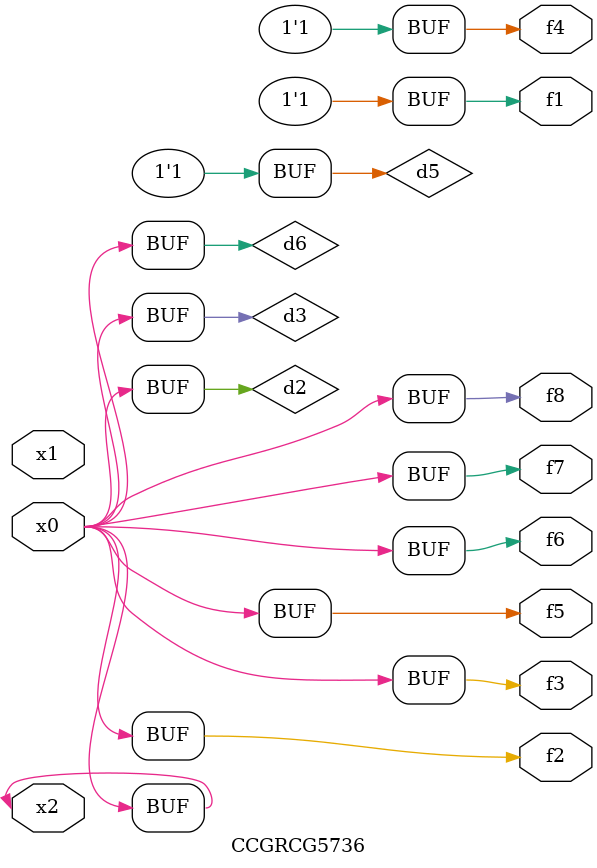
<source format=v>
module CCGRCG5736(
	input x0, x1, x2,
	output f1, f2, f3, f4, f5, f6, f7, f8
);

	wire d1, d2, d3, d4, d5, d6;

	xnor (d1, x2);
	buf (d2, x0, x2);
	and (d3, x0);
	xnor (d4, x1, x2);
	nand (d5, d1, d3);
	buf (d6, d2, d3);
	assign f1 = d5;
	assign f2 = d6;
	assign f3 = d6;
	assign f4 = d5;
	assign f5 = d6;
	assign f6 = d6;
	assign f7 = d6;
	assign f8 = d6;
endmodule

</source>
